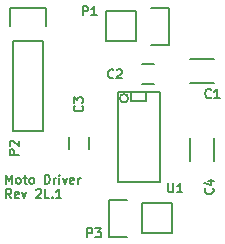
<source format=gto>
G04 #@! TF.FileFunction,Legend,Top*
%FSLAX46Y46*%
G04 Gerber Fmt 4.6, Leading zero omitted, Abs format (unit mm)*
G04 Created by KiCad (PCBNEW (2015-05-26 BZR 5680)-product) date 2015 June 16, Tuesday 18:31:44*
%MOMM*%
G01*
G04 APERTURE LIST*
%ADD10C,0.100000*%
%ADD11C,0.127000*%
%ADD12C,0.150000*%
%ADD13R,1.000000X1.250000*%
%ADD14R,1.000000X1.600000*%
%ADD15R,1.250000X1.000000*%
%ADD16R,1.600000X1.000000*%
%ADD17R,2.032000X2.032000*%
%ADD18O,2.032000X2.032000*%
%ADD19R,2.032000X1.727200*%
%ADD20O,2.032000X1.727200*%
%ADD21R,1.270000X0.406400*%
G04 APERTURE END LIST*
D10*
D11*
X148771429Y-96140814D02*
X148771429Y-95378814D01*
X149025429Y-95923100D01*
X149279429Y-95378814D01*
X149279429Y-96140814D01*
X149751143Y-96140814D02*
X149678571Y-96104529D01*
X149642286Y-96068243D01*
X149606000Y-95995671D01*
X149606000Y-95777957D01*
X149642286Y-95705386D01*
X149678571Y-95669100D01*
X149751143Y-95632814D01*
X149860000Y-95632814D01*
X149932571Y-95669100D01*
X149968857Y-95705386D01*
X150005143Y-95777957D01*
X150005143Y-95995671D01*
X149968857Y-96068243D01*
X149932571Y-96104529D01*
X149860000Y-96140814D01*
X149751143Y-96140814D01*
X150222857Y-95632814D02*
X150513143Y-95632814D01*
X150331715Y-95378814D02*
X150331715Y-96031957D01*
X150368000Y-96104529D01*
X150440572Y-96140814D01*
X150513143Y-96140814D01*
X150876001Y-96140814D02*
X150803429Y-96104529D01*
X150767144Y-96068243D01*
X150730858Y-95995671D01*
X150730858Y-95777957D01*
X150767144Y-95705386D01*
X150803429Y-95669100D01*
X150876001Y-95632814D01*
X150984858Y-95632814D01*
X151057429Y-95669100D01*
X151093715Y-95705386D01*
X151130001Y-95777957D01*
X151130001Y-95995671D01*
X151093715Y-96068243D01*
X151057429Y-96104529D01*
X150984858Y-96140814D01*
X150876001Y-96140814D01*
X152037144Y-96140814D02*
X152037144Y-95378814D01*
X152218572Y-95378814D01*
X152327429Y-95415100D01*
X152400001Y-95487671D01*
X152436286Y-95560243D01*
X152472572Y-95705386D01*
X152472572Y-95814243D01*
X152436286Y-95959386D01*
X152400001Y-96031957D01*
X152327429Y-96104529D01*
X152218572Y-96140814D01*
X152037144Y-96140814D01*
X152799144Y-96140814D02*
X152799144Y-95632814D01*
X152799144Y-95777957D02*
X152835429Y-95705386D01*
X152871715Y-95669100D01*
X152944286Y-95632814D01*
X153016858Y-95632814D01*
X153270858Y-96140814D02*
X153270858Y-95632814D01*
X153270858Y-95378814D02*
X153234572Y-95415100D01*
X153270858Y-95451386D01*
X153307143Y-95415100D01*
X153270858Y-95378814D01*
X153270858Y-95451386D01*
X153561143Y-95632814D02*
X153742572Y-96140814D01*
X153924000Y-95632814D01*
X154504571Y-96104529D02*
X154432000Y-96140814D01*
X154286857Y-96140814D01*
X154214286Y-96104529D01*
X154178000Y-96031957D01*
X154178000Y-95741671D01*
X154214286Y-95669100D01*
X154286857Y-95632814D01*
X154432000Y-95632814D01*
X154504571Y-95669100D01*
X154540857Y-95741671D01*
X154540857Y-95814243D01*
X154178000Y-95886814D01*
X154867429Y-96140814D02*
X154867429Y-95632814D01*
X154867429Y-95777957D02*
X154903714Y-95705386D01*
X154940000Y-95669100D01*
X155012571Y-95632814D01*
X155085143Y-95632814D01*
X149206857Y-97334614D02*
X148952857Y-96971757D01*
X148771429Y-97334614D02*
X148771429Y-96572614D01*
X149061714Y-96572614D01*
X149134286Y-96608900D01*
X149170571Y-96645186D01*
X149206857Y-96717757D01*
X149206857Y-96826614D01*
X149170571Y-96899186D01*
X149134286Y-96935471D01*
X149061714Y-96971757D01*
X148771429Y-96971757D01*
X149823714Y-97298329D02*
X149751143Y-97334614D01*
X149606000Y-97334614D01*
X149533429Y-97298329D01*
X149497143Y-97225757D01*
X149497143Y-96935471D01*
X149533429Y-96862900D01*
X149606000Y-96826614D01*
X149751143Y-96826614D01*
X149823714Y-96862900D01*
X149860000Y-96935471D01*
X149860000Y-97008043D01*
X149497143Y-97080614D01*
X150114000Y-96826614D02*
X150295429Y-97334614D01*
X150476857Y-96826614D01*
X151311428Y-96645186D02*
X151347714Y-96608900D01*
X151420285Y-96572614D01*
X151601714Y-96572614D01*
X151674285Y-96608900D01*
X151710571Y-96645186D01*
X151746856Y-96717757D01*
X151746856Y-96790329D01*
X151710571Y-96899186D01*
X151275142Y-97334614D01*
X151746856Y-97334614D01*
X152436285Y-97334614D02*
X152073428Y-97334614D01*
X152073428Y-96572614D01*
X152690285Y-97262043D02*
X152726570Y-97298329D01*
X152690285Y-97334614D01*
X152653999Y-97298329D01*
X152690285Y-97262043D01*
X152690285Y-97334614D01*
X153452284Y-97334614D02*
X153016856Y-97334614D01*
X153234570Y-97334614D02*
X153234570Y-96572614D01*
X153161999Y-96681471D01*
X153089427Y-96754043D01*
X153016856Y-96790329D01*
D12*
X160282000Y-87718000D02*
X161282000Y-87718000D01*
X161282000Y-86018000D02*
X160282000Y-86018000D01*
X166354000Y-85589000D02*
X164354000Y-85589000D01*
X164354000Y-87639000D02*
X166354000Y-87639000D01*
X155790000Y-93210000D02*
X155790000Y-92210000D01*
X154090000Y-92210000D02*
X154090000Y-93210000D01*
X166379000Y-94218000D02*
X166379000Y-92218000D01*
X164329000Y-92218000D02*
X164329000Y-94218000D01*
X159766000Y-84074000D02*
X157226000Y-84074000D01*
X162586000Y-84354000D02*
X161036000Y-84354000D01*
X159766000Y-84074000D02*
X159766000Y-81534000D01*
X161036000Y-81254000D02*
X162586000Y-81254000D01*
X162586000Y-81254000D02*
X162586000Y-84354000D01*
X159766000Y-81534000D02*
X157226000Y-81534000D01*
X157226000Y-81534000D02*
X157226000Y-84074000D01*
X149352000Y-84074000D02*
X149352000Y-91694000D01*
X151892000Y-84074000D02*
X151892000Y-91694000D01*
X152172000Y-81254000D02*
X152172000Y-82804000D01*
X149352000Y-91694000D02*
X151892000Y-91694000D01*
X151892000Y-84074000D02*
X149352000Y-84074000D01*
X149072000Y-82804000D02*
X149072000Y-81254000D01*
X149072000Y-81254000D02*
X152172000Y-81254000D01*
X160274000Y-97790000D02*
X162814000Y-97790000D01*
X157454000Y-97510000D02*
X159004000Y-97510000D01*
X160274000Y-97790000D02*
X160274000Y-100330000D01*
X159004000Y-100610000D02*
X157454000Y-100610000D01*
X157454000Y-100610000D02*
X157454000Y-97510000D01*
X160274000Y-100330000D02*
X162814000Y-100330000D01*
X162814000Y-100330000D02*
X162814000Y-97790000D01*
X161798000Y-96012000D02*
X161798000Y-88392000D01*
X158242000Y-88392000D02*
X158242000Y-96012000D01*
X161798000Y-96012000D02*
X158242000Y-96012000D01*
X158242000Y-88392000D02*
X161798000Y-88392000D01*
X159109210Y-88900000D02*
G75*
G03X159109210Y-88900000I-359210J0D01*
G01*
X160655000Y-88392000D02*
X160655000Y-89154000D01*
X160655000Y-89154000D02*
X159385000Y-89154000D01*
X159385000Y-89154000D02*
X159385000Y-88392000D01*
D11*
X166116000Y-88791143D02*
X166079714Y-88827429D01*
X165970857Y-88863714D01*
X165898286Y-88863714D01*
X165789429Y-88827429D01*
X165716857Y-88754857D01*
X165680572Y-88682286D01*
X165644286Y-88537143D01*
X165644286Y-88428286D01*
X165680572Y-88283143D01*
X165716857Y-88210571D01*
X165789429Y-88138000D01*
X165898286Y-88101714D01*
X165970857Y-88101714D01*
X166079714Y-88138000D01*
X166116000Y-88174286D01*
X166841714Y-88863714D02*
X166406286Y-88863714D01*
X166624000Y-88863714D02*
X166624000Y-88101714D01*
X166551429Y-88210571D01*
X166478857Y-88283143D01*
X166406286Y-88319429D01*
X157861000Y-87140143D02*
X157824714Y-87176429D01*
X157715857Y-87212714D01*
X157643286Y-87212714D01*
X157534429Y-87176429D01*
X157461857Y-87103857D01*
X157425572Y-87031286D01*
X157389286Y-86886143D01*
X157389286Y-86777286D01*
X157425572Y-86632143D01*
X157461857Y-86559571D01*
X157534429Y-86487000D01*
X157643286Y-86450714D01*
X157715857Y-86450714D01*
X157824714Y-86487000D01*
X157861000Y-86523286D01*
X158151286Y-86523286D02*
X158187572Y-86487000D01*
X158260143Y-86450714D01*
X158441572Y-86450714D01*
X158514143Y-86487000D01*
X158550429Y-86523286D01*
X158586714Y-86595857D01*
X158586714Y-86668429D01*
X158550429Y-86777286D01*
X158115000Y-87212714D01*
X158586714Y-87212714D01*
X155212143Y-89535000D02*
X155248429Y-89571286D01*
X155284714Y-89680143D01*
X155284714Y-89752714D01*
X155248429Y-89861571D01*
X155175857Y-89934143D01*
X155103286Y-89970428D01*
X154958143Y-90006714D01*
X154849286Y-90006714D01*
X154704143Y-89970428D01*
X154631571Y-89934143D01*
X154559000Y-89861571D01*
X154522714Y-89752714D01*
X154522714Y-89680143D01*
X154559000Y-89571286D01*
X154595286Y-89535000D01*
X154522714Y-89281000D02*
X154522714Y-88809286D01*
X154813000Y-89063286D01*
X154813000Y-88954428D01*
X154849286Y-88881857D01*
X154885571Y-88845571D01*
X154958143Y-88809286D01*
X155139571Y-88809286D01*
X155212143Y-88845571D01*
X155248429Y-88881857D01*
X155284714Y-88954428D01*
X155284714Y-89172143D01*
X155248429Y-89244714D01*
X155212143Y-89281000D01*
X166261143Y-96520000D02*
X166297429Y-96556286D01*
X166333714Y-96665143D01*
X166333714Y-96737714D01*
X166297429Y-96846571D01*
X166224857Y-96919143D01*
X166152286Y-96955428D01*
X166007143Y-96991714D01*
X165898286Y-96991714D01*
X165753143Y-96955428D01*
X165680571Y-96919143D01*
X165608000Y-96846571D01*
X165571714Y-96737714D01*
X165571714Y-96665143D01*
X165608000Y-96556286D01*
X165644286Y-96520000D01*
X165825714Y-95866857D02*
X166333714Y-95866857D01*
X165535429Y-96048286D02*
X166079714Y-96229714D01*
X166079714Y-95758000D01*
X155266572Y-81878714D02*
X155266572Y-81116714D01*
X155556857Y-81116714D01*
X155629429Y-81153000D01*
X155665714Y-81189286D01*
X155702000Y-81261857D01*
X155702000Y-81370714D01*
X155665714Y-81443286D01*
X155629429Y-81479571D01*
X155556857Y-81515857D01*
X155266572Y-81515857D01*
X156427714Y-81878714D02*
X155992286Y-81878714D01*
X156210000Y-81878714D02*
X156210000Y-81116714D01*
X156137429Y-81225571D01*
X156064857Y-81298143D01*
X155992286Y-81334429D01*
X149823714Y-93653428D02*
X149061714Y-93653428D01*
X149061714Y-93363143D01*
X149098000Y-93290571D01*
X149134286Y-93254286D01*
X149206857Y-93218000D01*
X149315714Y-93218000D01*
X149388286Y-93254286D01*
X149424571Y-93290571D01*
X149460857Y-93363143D01*
X149460857Y-93653428D01*
X149134286Y-92927714D02*
X149098000Y-92891428D01*
X149061714Y-92818857D01*
X149061714Y-92637428D01*
X149098000Y-92564857D01*
X149134286Y-92528571D01*
X149206857Y-92492286D01*
X149279429Y-92492286D01*
X149388286Y-92528571D01*
X149823714Y-92964000D01*
X149823714Y-92492286D01*
X155647572Y-100674714D02*
X155647572Y-99912714D01*
X155937857Y-99912714D01*
X156010429Y-99949000D01*
X156046714Y-99985286D01*
X156083000Y-100057857D01*
X156083000Y-100166714D01*
X156046714Y-100239286D01*
X156010429Y-100275571D01*
X155937857Y-100311857D01*
X155647572Y-100311857D01*
X156337000Y-99912714D02*
X156808714Y-99912714D01*
X156554714Y-100203000D01*
X156663572Y-100203000D01*
X156736143Y-100239286D01*
X156772429Y-100275571D01*
X156808714Y-100348143D01*
X156808714Y-100529571D01*
X156772429Y-100602143D01*
X156736143Y-100638429D01*
X156663572Y-100674714D01*
X156445857Y-100674714D01*
X156373286Y-100638429D01*
X156337000Y-100602143D01*
X162487429Y-96102714D02*
X162487429Y-96719571D01*
X162523714Y-96792143D01*
X162560000Y-96828429D01*
X162632571Y-96864714D01*
X162777714Y-96864714D01*
X162850286Y-96828429D01*
X162886571Y-96792143D01*
X162922857Y-96719571D01*
X162922857Y-96102714D01*
X163684857Y-96864714D02*
X163249429Y-96864714D01*
X163467143Y-96864714D02*
X163467143Y-96102714D01*
X163394572Y-96211571D01*
X163322000Y-96284143D01*
X163249429Y-96320429D01*
%LPC*%
D13*
X161782000Y-86868000D03*
X159782000Y-86868000D03*
D14*
X163854000Y-86614000D03*
X166854000Y-86614000D03*
D15*
X154940000Y-91710000D03*
X154940000Y-93710000D03*
D16*
X165354000Y-91718000D03*
X165354000Y-94718000D03*
D17*
X161036000Y-82804000D03*
D18*
X158496000Y-82804000D03*
D19*
X150622000Y-82804000D03*
D20*
X150622000Y-85344000D03*
X150622000Y-87884000D03*
X150622000Y-90424000D03*
D17*
X159004000Y-99060000D03*
D18*
X161544000Y-99060000D03*
D21*
X157353000Y-89281000D03*
X157353000Y-89916000D03*
X157353000Y-90576400D03*
X157353000Y-91236800D03*
X157353000Y-91871800D03*
X157353000Y-92532200D03*
X157353000Y-93192600D03*
X157353000Y-93827600D03*
X157353000Y-94488000D03*
X157353000Y-95123000D03*
X162687000Y-95123000D03*
X162687000Y-94488000D03*
X162687000Y-93827600D03*
X162687000Y-93192600D03*
X162687000Y-92532200D03*
X162687000Y-91871800D03*
X162687000Y-91236800D03*
X162687000Y-90576400D03*
X162687000Y-89916000D03*
X162687000Y-89281000D03*
M02*

</source>
